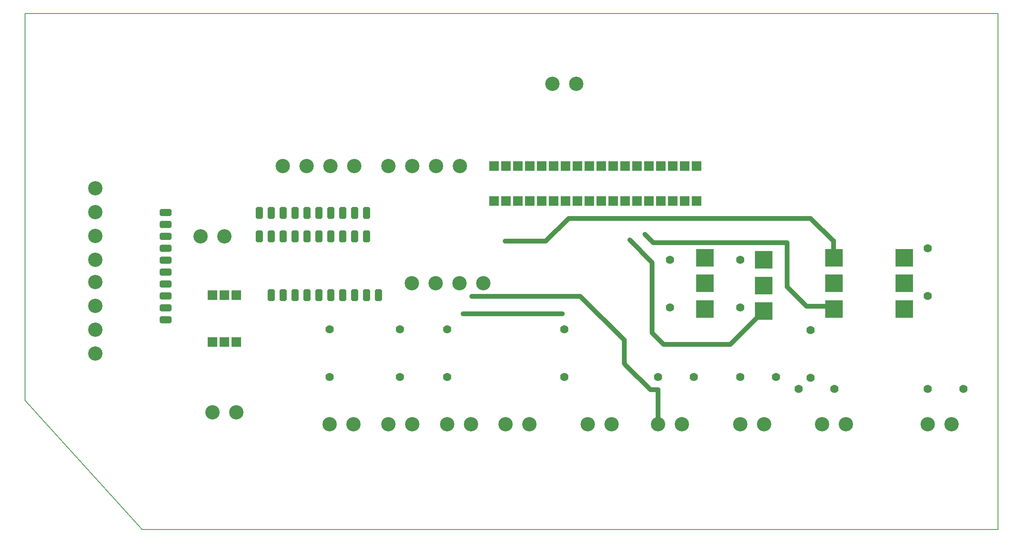
<source format=gbr>
G04 PROTEUS GERBER X2 FILE*
%TF.GenerationSoftware,Labcenter,Proteus,8.7-SP3-Build25561*%
%TF.CreationDate,2020-08-12T13:03:35+00:00*%
%TF.FileFunction,Copper,L1,Top*%
%TF.FilePolarity,Positive*%
%TF.Part,Single*%
%TF.SameCoordinates,{83fe10cb-d733-4169-9c25-5540115bc659}*%
%FSLAX45Y45*%
%MOMM*%
G01*
%TA.AperFunction,Conductor*%
%ADD10C,1.016000*%
%TA.AperFunction,ViaPad*%
%ADD11C,0.762000*%
%TA.AperFunction,ComponentPad*%
%ADD12R,2.032000X2.032000*%
%TA.AperFunction,ComponentPad*%
%ADD13C,3.048000*%
%AMDIL004*
4,1,8,
-1.270000,0.457200,-0.965200,0.762000,0.965200,0.762000,1.270000,0.457200,1.270000,-0.457200,
0.965200,-0.762000,-0.965200,-0.762000,-1.270000,-0.457200,-1.270000,0.457200,
0*%
%TA.AperFunction,ComponentPad*%
%ADD14DIL004*%
%AMDIL005*
4,1,8,
-0.762000,0.965200,-0.457200,1.270000,0.457200,1.270000,0.762000,0.965200,0.762000,-0.965200,
0.457200,-1.270000,-0.457200,-1.270000,-0.762000,-0.965200,-0.762000,0.965200,
0*%
%ADD15DIL005*%
%TA.AperFunction,ComponentPad*%
%ADD16C,1.778000*%
%TA.AperFunction,ComponentPad*%
%ADD17R,3.810000X3.810000*%
%TA.AperFunction,Profile*%
%ADD18C,0.203200*%
%TD.AperFunction*%
D10*
X-603667Y+6672007D02*
X-123127Y+6191467D01*
X-123127Y+4691004D01*
X+122046Y+4445831D01*
X+1200811Y+4445831D01*
X+1538031Y+4445831D01*
X+2250000Y+5157800D01*
X-283419Y+6796373D02*
X-99170Y+6612124D01*
X+2750103Y+6612124D01*
X+2750103Y+5677720D01*
X+3164663Y+5263160D01*
X+3690740Y+5263160D01*
X+3750000Y+5203900D01*
X-3256137Y+6645681D02*
X-2393946Y+6645681D01*
X-1904951Y+7134676D01*
X+3254423Y+7134676D01*
X+3730673Y+6658426D01*
X+3743902Y+6658426D01*
X+3743902Y+6302198D01*
X+3750000Y+6296100D01*
X-3967619Y+5471587D02*
X-1656085Y+5471587D01*
X-722064Y+4537566D01*
X-722064Y+4040318D01*
X-675027Y+3993281D01*
X-164339Y+3482593D01*
X-3069Y+3482593D01*
X-3069Y+2753069D01*
X+0Y+2750000D01*
X-4155000Y+5100900D02*
X-2042567Y+5100900D01*
D11*
X-603667Y+6672007D03*
X-283419Y+6796373D03*
X-3256137Y+6645681D03*
X-3967619Y+5471587D03*
X-4155000Y+5100900D03*
X-2042567Y+5100900D03*
D12*
X-3500000Y+8250000D03*
X-3246000Y+8250000D03*
X-2992000Y+8250000D03*
X-2738000Y+8250000D03*
X-2484000Y+8250000D03*
X-2230000Y+8250000D03*
X-1976000Y+8250000D03*
X-1722000Y+8250000D03*
X-1468000Y+8250000D03*
X-1214000Y+8250000D03*
X-960000Y+8250000D03*
X-706000Y+8250000D03*
X-452000Y+8250000D03*
X-198000Y+8250000D03*
X+56000Y+8250000D03*
X+310000Y+8250000D03*
X+564000Y+8250000D03*
X+818000Y+8250000D03*
X-3500000Y+7500000D03*
X-3246000Y+7500000D03*
X-2992000Y+7500000D03*
X-2738000Y+7500000D03*
X-2484000Y+7500000D03*
X-2230000Y+7500000D03*
X-1976000Y+7500000D03*
X-1722000Y+7500000D03*
X-1468000Y+7500000D03*
X-1214000Y+7500000D03*
X-960000Y+7500000D03*
X-706000Y+7500000D03*
X-452000Y+7500000D03*
X-198000Y+7500000D03*
X+56000Y+7500000D03*
X+310000Y+7500000D03*
X+564000Y+7500000D03*
X+818000Y+7500000D03*
D13*
X-8992000Y+3000000D03*
X-9500000Y+3000000D03*
D12*
X-8996000Y+4500000D03*
X-9250000Y+4500000D03*
X-9504000Y+4500000D03*
X-8996000Y+5500000D03*
X-9250000Y+5500000D03*
X-9504000Y+5500000D03*
D14*
X-10500000Y+4976000D03*
X-10500000Y+5230000D03*
X-10500000Y+5484000D03*
X-10500000Y+5738000D03*
X-10500000Y+5992000D03*
X-10500000Y+6246000D03*
X-10500000Y+6500000D03*
X-10500000Y+6754000D03*
X-10500000Y+7008000D03*
X-10500000Y+7262000D03*
D13*
X-9750000Y+6750000D03*
X-9242000Y+6750000D03*
D15*
X-8250000Y+5500000D03*
X-7996000Y+5500000D03*
X-7742000Y+5500000D03*
X-7488000Y+5500000D03*
X-7234000Y+5500000D03*
X-6980000Y+5500000D03*
X-6726000Y+5500000D03*
X-6472000Y+5500000D03*
X-6218000Y+5500000D03*
X-5964000Y+5500000D03*
D13*
X-7000000Y+2750000D03*
X-6492000Y+2750000D03*
X-5750000Y+2750000D03*
X-5242000Y+2750000D03*
X-4500000Y+2750000D03*
X-3992000Y+2750000D03*
D15*
X-8500000Y+6750000D03*
X-8246000Y+6750000D03*
X-7992000Y+6750000D03*
X-7738000Y+6750000D03*
X-7484000Y+6750000D03*
X-7230000Y+6750000D03*
X-6976000Y+6750000D03*
X-6722000Y+6750000D03*
X-6468000Y+6750000D03*
X-6214000Y+6750000D03*
X-8500000Y+7250000D03*
X-8246000Y+7250000D03*
X-7992000Y+7250000D03*
X-7738000Y+7250000D03*
X-7484000Y+7250000D03*
X-7230000Y+7250000D03*
X-6976000Y+7250000D03*
X-6722000Y+7250000D03*
X-6468000Y+7250000D03*
X-6214000Y+7250000D03*
D13*
X-1500000Y+2750000D03*
X-992000Y+2750000D03*
X-5750000Y+8250000D03*
X-5242000Y+8250000D03*
X-4734000Y+8250000D03*
X-4226000Y+8250000D03*
X-8000000Y+8250000D03*
X-7492000Y+8250000D03*
X-6984000Y+8250000D03*
X-6476000Y+8250000D03*
X-12000000Y+6250000D03*
X-12000000Y+6758000D03*
X-12000000Y+7266000D03*
X-12000000Y+7774000D03*
X-12000000Y+4250000D03*
X-12000000Y+4758000D03*
X-12000000Y+5266000D03*
X-12000000Y+5774000D03*
X-2250000Y+10000000D03*
X-1742000Y+10000000D03*
D16*
X-7000000Y+3750000D03*
X-7000000Y+4766000D03*
X-5500000Y+3750000D03*
X-5500000Y+4766000D03*
X-4500000Y+3750000D03*
X-4500000Y+4766000D03*
D13*
X-3250000Y+2750000D03*
X-2742000Y+2750000D03*
D16*
X-2000000Y+3750000D03*
X-2000000Y+4766000D03*
D13*
X+0Y+2750000D03*
X+508000Y+2750000D03*
X+1750000Y+2750000D03*
X+2258000Y+2750000D03*
X+3500000Y+2750000D03*
X+4008000Y+2750000D03*
X+5750000Y+2750000D03*
X+6258000Y+2750000D03*
D17*
X+1000000Y+5203900D03*
X+1000000Y+5750000D03*
X+1000000Y+6296100D03*
X+2250000Y+5157800D03*
X+2250000Y+5703900D03*
X+2250000Y+6250000D03*
X+3750000Y+5203900D03*
X+3750000Y+5750000D03*
X+3750000Y+6296100D03*
X+5250000Y+5203900D03*
X+5250000Y+5750000D03*
X+5250000Y+6296100D03*
D16*
X+3250000Y+4750000D03*
X+3250000Y+3734000D03*
X+762000Y+3750000D03*
X+0Y+3750000D03*
X+2512000Y+3750000D03*
X+1750000Y+3750000D03*
X+3762000Y+3500000D03*
X+3000000Y+3500000D03*
X+6512000Y+3500000D03*
X+5750000Y+3500000D03*
X+250000Y+6250000D03*
X+250000Y+5234000D03*
X+1750000Y+6250000D03*
X+1750000Y+5234000D03*
X+5750000Y+6500000D03*
X+5750000Y+5484000D03*
D13*
X-5250000Y+5750000D03*
X-4742000Y+5750000D03*
X-4234000Y+5750000D03*
X-3726000Y+5750000D03*
D18*
X-13500000Y+11500000D02*
X+7250000Y+11500000D01*
X+7250000Y+500000D01*
X-11000000Y+500000D01*
X-13500000Y+11500000D02*
X-13500000Y+3250000D01*
X-11000000Y+500000D01*
M02*

</source>
